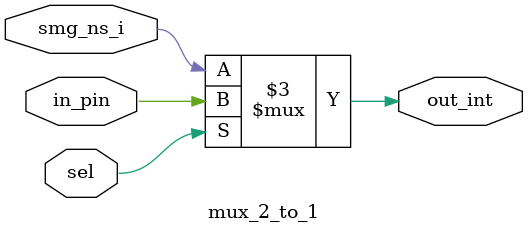
<source format=v>
`timescale 1ns / 1ps


module mux_2_to_1(
    input sel,
	input smg_ns_i,
    input in_pin,
    output reg out_int
    );
    
    always @(sel, smg_ns_i, in_pin)
	if(sel)
		out_int = in_pin;
	else
		out_int = smg_ns_i;
endmodule

</source>
